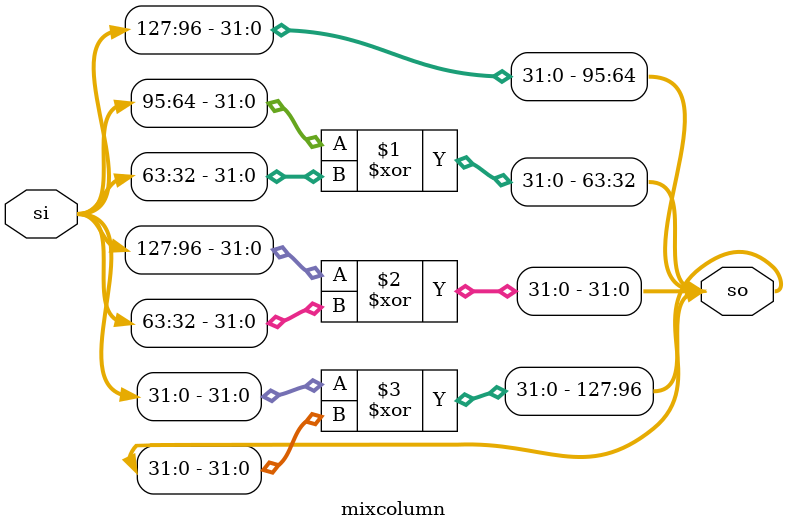
<source format=v>
module mixcolumn (/*AUTOARG*/
   // Outputs
   so,
   // Inputs
   si
   ) ;
   output [127:0] so;
   input [127:0]  si;
   
   assign so[ 95:64] = si[127:96];
   assign so[ 63:32] = si[ 95:64] ^ si[63:32];
   assign so[ 31: 0] = si[127:96] ^ si[63:32];
   assign so[127:96] = si[ 31: 0] ^ so[31: 0]; 
endmodule // mixcolumn

</source>
